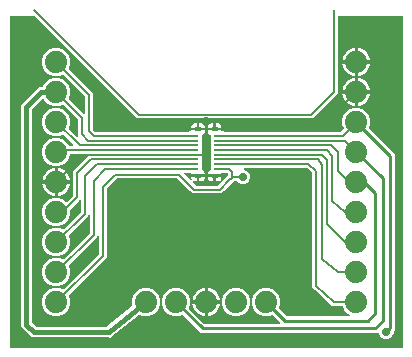
<source format=gtl>
G04 EAGLE Gerber X2 export*
G75*
%MOIN*%
%FSLAX24Y24*%
%LPD*%
%AMOC8*
5,1,8,0,0,1.08239X$1,22.5*%
G01*
%ADD10C,0.074000*%
%ADD11R,0.029528X0.009055*%
%ADD12R,0.023622X0.017323*%
%ADD13C,0.006000*%
%ADD14C,0.016000*%
%ADD15C,0.027811*%
%ADD16C,0.010000*%

G36*
X13513Y451D02*
X13513Y451D01*
X13515Y451D01*
X13518Y452D01*
X13522Y452D01*
X13523Y453D01*
X13524Y453D01*
X13527Y455D01*
X13530Y457D01*
X13531Y458D01*
X13532Y458D01*
X13534Y461D01*
X13537Y464D01*
X13537Y465D01*
X13538Y466D01*
X13539Y469D01*
X13541Y473D01*
X13541Y474D01*
X13541Y475D01*
X13542Y480D01*
X13549Y11520D01*
X13549Y11521D01*
X13549Y11522D01*
X13548Y11526D01*
X13547Y11529D01*
X13547Y11530D01*
X13547Y11531D01*
X13545Y11535D01*
X13543Y11538D01*
X13542Y11539D01*
X13539Y11542D01*
X13536Y11544D01*
X13535Y11545D01*
X13534Y11545D01*
X13531Y11547D01*
X13527Y11548D01*
X13526Y11548D01*
X13525Y11549D01*
X13520Y11549D01*
X11410Y11549D01*
X11409Y11549D01*
X11408Y11549D01*
X11404Y11548D01*
X11401Y11548D01*
X11400Y11547D01*
X11399Y11547D01*
X11395Y11545D01*
X11392Y11543D01*
X11391Y11542D01*
X11388Y11539D01*
X11386Y11536D01*
X11385Y11535D01*
X11385Y11534D01*
X11383Y11531D01*
X11382Y11527D01*
X11382Y11526D01*
X11381Y11525D01*
X11381Y11520D01*
X11381Y8946D01*
X10554Y8119D01*
X4696Y8119D01*
X1274Y11541D01*
X1271Y11543D01*
X1268Y11545D01*
X1267Y11546D01*
X1263Y11547D01*
X1259Y11549D01*
X1258Y11549D01*
X1257Y11549D01*
X1254Y11549D01*
X480Y11549D01*
X479Y11549D01*
X478Y11549D01*
X474Y11548D01*
X471Y11548D01*
X470Y11547D01*
X469Y11547D01*
X465Y11545D01*
X462Y11543D01*
X461Y11542D01*
X458Y11539D01*
X456Y11536D01*
X455Y11535D01*
X455Y11534D01*
X453Y11531D01*
X452Y11527D01*
X452Y11526D01*
X451Y11525D01*
X451Y11520D01*
X451Y480D01*
X451Y479D01*
X451Y478D01*
X452Y474D01*
X452Y471D01*
X453Y470D01*
X453Y469D01*
X455Y465D01*
X457Y462D01*
X458Y461D01*
X461Y458D01*
X464Y456D01*
X465Y455D01*
X466Y455D01*
X469Y453D01*
X473Y452D01*
X474Y452D01*
X475Y451D01*
X480Y451D01*
X13512Y451D01*
X13513Y451D01*
G37*
%LPC*%
G36*
X12952Y760D02*
X12952Y760D01*
X12864Y797D01*
X12797Y864D01*
X12760Y952D01*
X12760Y976D01*
X12760Y979D01*
X12760Y982D01*
X12759Y984D01*
X12759Y986D01*
X12757Y988D01*
X12756Y991D01*
X12755Y993D01*
X12754Y994D01*
X12752Y996D01*
X12750Y999D01*
X12748Y999D01*
X12747Y1001D01*
X12744Y1002D01*
X12742Y1003D01*
X12740Y1004D01*
X12738Y1005D01*
X12735Y1005D01*
X12733Y1006D01*
X12731Y1005D01*
X12729Y1006D01*
X12726Y1005D01*
X12723Y1005D01*
X12721Y1004D01*
X12720Y1003D01*
X12717Y1002D01*
X12714Y1001D01*
X12712Y999D01*
X12711Y998D01*
X12710Y997D01*
X12687Y974D01*
X6813Y974D01*
X6716Y1071D01*
X6223Y1563D01*
X6223Y1564D01*
X6219Y1566D01*
X6216Y1569D01*
X6215Y1569D01*
X6211Y1570D01*
X6206Y1572D01*
X6202Y1572D01*
X6197Y1571D01*
X6191Y1570D01*
X6094Y1529D01*
X5906Y1529D01*
X5733Y1601D01*
X5601Y1733D01*
X5529Y1906D01*
X5529Y2094D01*
X5601Y2267D01*
X5733Y2399D01*
X5906Y2471D01*
X6094Y2471D01*
X6267Y2399D01*
X6399Y2267D01*
X6471Y2094D01*
X6471Y1906D01*
X6430Y1809D01*
X6430Y1808D01*
X6429Y1804D01*
X6428Y1799D01*
X6429Y1794D01*
X6429Y1790D01*
X6429Y1789D01*
X6431Y1785D01*
X6433Y1781D01*
X6437Y1777D01*
X6929Y1284D01*
X6932Y1282D01*
X6935Y1280D01*
X6936Y1279D01*
X6937Y1279D01*
X6940Y1278D01*
X6944Y1276D01*
X6945Y1276D01*
X6946Y1276D01*
X6947Y1276D01*
X6950Y1276D01*
X9440Y1276D01*
X9443Y1276D01*
X9446Y1276D01*
X9448Y1277D01*
X9450Y1277D01*
X9452Y1279D01*
X9455Y1280D01*
X9457Y1281D01*
X9458Y1282D01*
X9460Y1284D01*
X9463Y1286D01*
X9464Y1287D01*
X9465Y1289D01*
X9466Y1292D01*
X9468Y1294D01*
X9468Y1296D01*
X9469Y1298D01*
X9469Y1300D01*
X9470Y1303D01*
X9469Y1305D01*
X9470Y1307D01*
X9469Y1310D01*
X9469Y1313D01*
X9468Y1315D01*
X9467Y1316D01*
X9466Y1319D01*
X9465Y1322D01*
X9463Y1324D01*
X9462Y1324D01*
X9462Y1325D01*
X9461Y1326D01*
X9223Y1563D01*
X9223Y1564D01*
X9219Y1566D01*
X9216Y1569D01*
X9215Y1569D01*
X9211Y1570D01*
X9206Y1572D01*
X9202Y1572D01*
X9197Y1571D01*
X9191Y1570D01*
X9094Y1529D01*
X8906Y1529D01*
X8733Y1601D01*
X8601Y1733D01*
X8529Y1906D01*
X8529Y2094D01*
X8601Y2267D01*
X8733Y2399D01*
X8906Y2471D01*
X9094Y2471D01*
X9267Y2399D01*
X9399Y2267D01*
X9471Y2094D01*
X9471Y1906D01*
X9430Y1809D01*
X9430Y1808D01*
X9429Y1804D01*
X9428Y1799D01*
X9429Y1794D01*
X9429Y1790D01*
X9429Y1789D01*
X9431Y1785D01*
X9433Y1781D01*
X9437Y1777D01*
X9679Y1534D01*
X9682Y1532D01*
X9685Y1530D01*
X9686Y1529D01*
X9687Y1529D01*
X9690Y1528D01*
X9694Y1526D01*
X9695Y1526D01*
X9696Y1526D01*
X9697Y1526D01*
X9700Y1526D01*
X11768Y1526D01*
X11772Y1526D01*
X11775Y1527D01*
X11776Y1527D01*
X11777Y1527D01*
X11781Y1529D01*
X11784Y1531D01*
X11785Y1531D01*
X11786Y1532D01*
X11788Y1535D01*
X11791Y1537D01*
X11792Y1538D01*
X11792Y1539D01*
X11794Y1542D01*
X11796Y1546D01*
X11796Y1547D01*
X11796Y1548D01*
X11796Y1551D01*
X11797Y1555D01*
X11797Y1556D01*
X11797Y1557D01*
X11796Y1561D01*
X11795Y1565D01*
X11795Y1566D01*
X11793Y1570D01*
X11791Y1573D01*
X11790Y1574D01*
X11787Y1577D01*
X11784Y1580D01*
X11783Y1580D01*
X11782Y1580D01*
X11781Y1581D01*
X11779Y1582D01*
X11733Y1601D01*
X11601Y1733D01*
X11552Y1851D01*
X11550Y1855D01*
X11547Y1859D01*
X11543Y1862D01*
X11540Y1865D01*
X11539Y1865D01*
X11535Y1867D01*
X11531Y1869D01*
X11530Y1869D01*
X11525Y1869D01*
X11253Y1869D01*
X11252Y1869D01*
X11199Y1867D01*
X11198Y1867D01*
X11160Y1905D01*
X11159Y1906D01*
X10608Y2412D01*
X10605Y2413D01*
X10602Y2415D01*
X10601Y2416D01*
X10600Y2417D01*
X10598Y2417D01*
X10560Y2455D01*
X10559Y2456D01*
X10520Y2492D01*
X10519Y2493D01*
X10519Y2547D01*
X10519Y2548D01*
X10517Y2601D01*
X10518Y2604D01*
X10519Y2607D01*
X10519Y2609D01*
X10519Y2610D01*
X10519Y2612D01*
X10519Y6299D01*
X10519Y6300D01*
X10518Y6304D01*
X10518Y6308D01*
X10517Y6309D01*
X10517Y6310D01*
X10515Y6313D01*
X10513Y6317D01*
X10512Y6318D01*
X10508Y6322D01*
X10341Y6458D01*
X10339Y6459D01*
X10337Y6461D01*
X10335Y6462D01*
X10333Y6463D01*
X10330Y6463D01*
X10328Y6464D01*
X10324Y6465D01*
X10323Y6465D01*
X8282Y6465D01*
X8278Y6464D01*
X8275Y6464D01*
X8274Y6463D01*
X8273Y6463D01*
X8269Y6461D01*
X8266Y6460D01*
X8265Y6459D01*
X8264Y6459D01*
X8262Y6456D01*
X8259Y6453D01*
X8258Y6452D01*
X8256Y6448D01*
X8254Y6445D01*
X8254Y6444D01*
X8254Y6443D01*
X8253Y6439D01*
X8253Y6435D01*
X8253Y6434D01*
X8253Y6433D01*
X8254Y6430D01*
X8255Y6426D01*
X8255Y6425D01*
X8255Y6424D01*
X8257Y6421D01*
X8259Y6417D01*
X8260Y6417D01*
X8260Y6416D01*
X8263Y6414D01*
X8266Y6411D01*
X8267Y6410D01*
X8268Y6410D01*
X8269Y6410D01*
X8271Y6408D01*
X8356Y6373D01*
X8423Y6306D01*
X8460Y6218D01*
X8460Y6122D01*
X8423Y6034D01*
X8356Y5967D01*
X8268Y5930D01*
X8172Y5930D01*
X8084Y5967D01*
X8020Y6031D01*
X8017Y6033D01*
X8014Y6035D01*
X8013Y6036D01*
X8012Y6036D01*
X8009Y6037D01*
X8005Y6039D01*
X8004Y6039D01*
X8003Y6039D01*
X8002Y6039D01*
X7999Y6039D01*
X7936Y6039D01*
X7932Y6039D01*
X7928Y6038D01*
X7927Y6038D01*
X7923Y6036D01*
X7920Y6034D01*
X7919Y6033D01*
X7918Y6033D01*
X7916Y6031D01*
X7896Y6011D01*
X7589Y5704D01*
X7504Y5619D01*
X6546Y5619D01*
X6461Y5704D01*
X6054Y6111D01*
X6051Y6113D01*
X6048Y6115D01*
X6047Y6116D01*
X6043Y6117D01*
X6039Y6119D01*
X6038Y6119D01*
X6037Y6119D01*
X6034Y6119D01*
X4016Y6119D01*
X4012Y6119D01*
X4008Y6118D01*
X4007Y6118D01*
X4003Y6116D01*
X4000Y6114D01*
X3999Y6113D01*
X3998Y6113D01*
X3996Y6111D01*
X3689Y5804D01*
X3687Y5801D01*
X3685Y5798D01*
X3684Y5797D01*
X3683Y5793D01*
X3681Y5789D01*
X3681Y5788D01*
X3681Y5787D01*
X3681Y5784D01*
X3681Y3496D01*
X2428Y2243D01*
X2425Y2239D01*
X2423Y2236D01*
X2423Y2235D01*
X2421Y2231D01*
X2420Y2226D01*
X2420Y2222D01*
X2420Y2217D01*
X2422Y2211D01*
X2471Y2094D01*
X2471Y1906D01*
X2399Y1733D01*
X2267Y1601D01*
X2094Y1529D01*
X1906Y1529D01*
X1733Y1601D01*
X1601Y1733D01*
X1529Y1906D01*
X1529Y2094D01*
X1601Y2267D01*
X1733Y2399D01*
X1906Y2471D01*
X2094Y2471D01*
X2211Y2422D01*
X2212Y2422D01*
X2216Y2421D01*
X2221Y2420D01*
X2226Y2420D01*
X2230Y2421D01*
X2231Y2421D01*
X2235Y2423D01*
X2239Y2425D01*
X2243Y2428D01*
X3411Y3596D01*
X3413Y3599D01*
X3415Y3602D01*
X3416Y3603D01*
X3417Y3607D01*
X3419Y3611D01*
X3419Y3612D01*
X3419Y3613D01*
X3419Y3616D01*
X3419Y4164D01*
X3419Y4167D01*
X3419Y4170D01*
X3418Y4171D01*
X3418Y4173D01*
X3416Y4176D01*
X3415Y4178D01*
X3414Y4180D01*
X3413Y4182D01*
X3411Y4184D01*
X3409Y4186D01*
X3408Y4187D01*
X3406Y4188D01*
X3403Y4189D01*
X3401Y4191D01*
X3399Y4191D01*
X3397Y4192D01*
X3395Y4192D01*
X3392Y4193D01*
X3390Y4193D01*
X3388Y4193D01*
X3385Y4192D01*
X3382Y4192D01*
X3380Y4191D01*
X3379Y4191D01*
X3376Y4189D01*
X3373Y4188D01*
X3371Y4186D01*
X3370Y4185D01*
X3369Y4184D01*
X2428Y3243D01*
X2425Y3239D01*
X2423Y3236D01*
X2423Y3235D01*
X2421Y3231D01*
X2420Y3226D01*
X2420Y3222D01*
X2420Y3217D01*
X2422Y3211D01*
X2471Y3094D01*
X2471Y2906D01*
X2399Y2733D01*
X2267Y2601D01*
X2094Y2529D01*
X1906Y2529D01*
X1733Y2601D01*
X1601Y2733D01*
X1529Y2906D01*
X1529Y3094D01*
X1601Y3267D01*
X1733Y3399D01*
X1906Y3471D01*
X2094Y3471D01*
X2211Y3422D01*
X2212Y3422D01*
X2216Y3421D01*
X2221Y3420D01*
X2226Y3420D01*
X2230Y3421D01*
X2231Y3421D01*
X2235Y3423D01*
X2239Y3425D01*
X2243Y3428D01*
X3111Y4296D01*
X3113Y4299D01*
X3115Y4302D01*
X3116Y4303D01*
X3117Y4307D01*
X3119Y4311D01*
X3119Y4312D01*
X3119Y4313D01*
X3119Y4316D01*
X3119Y4864D01*
X3119Y4867D01*
X3119Y4870D01*
X3118Y4871D01*
X3118Y4873D01*
X3116Y4876D01*
X3115Y4878D01*
X3114Y4880D01*
X3113Y4882D01*
X3111Y4884D01*
X3109Y4886D01*
X3108Y4887D01*
X3106Y4888D01*
X3103Y4889D01*
X3101Y4891D01*
X3099Y4891D01*
X3097Y4892D01*
X3095Y4892D01*
X3092Y4893D01*
X3090Y4893D01*
X3088Y4893D01*
X3085Y4892D01*
X3082Y4892D01*
X3080Y4891D01*
X3079Y4891D01*
X3076Y4889D01*
X3073Y4888D01*
X3071Y4886D01*
X3070Y4885D01*
X3069Y4884D01*
X2996Y4811D01*
X2428Y4243D01*
X2426Y4241D01*
X2426Y4240D01*
X2425Y4239D01*
X2423Y4236D01*
X2423Y4235D01*
X2421Y4231D01*
X2420Y4226D01*
X2420Y4222D01*
X2420Y4217D01*
X2422Y4211D01*
X2471Y4094D01*
X2471Y3906D01*
X2399Y3733D01*
X2267Y3601D01*
X2094Y3529D01*
X1906Y3529D01*
X1733Y3601D01*
X1601Y3733D01*
X1529Y3906D01*
X1529Y4094D01*
X1601Y4267D01*
X1733Y4399D01*
X1906Y4471D01*
X2094Y4471D01*
X2211Y4422D01*
X2212Y4422D01*
X2216Y4421D01*
X2221Y4420D01*
X2226Y4420D01*
X2230Y4421D01*
X2231Y4421D01*
X2235Y4423D01*
X2239Y4425D01*
X2243Y4428D01*
X2811Y4996D01*
X2813Y4999D01*
X2815Y5002D01*
X2816Y5003D01*
X2817Y5007D01*
X2819Y5011D01*
X2819Y5012D01*
X2819Y5013D01*
X2819Y5016D01*
X2819Y5364D01*
X2819Y5367D01*
X2819Y5370D01*
X2818Y5371D01*
X2818Y5373D01*
X2816Y5376D01*
X2815Y5378D01*
X2814Y5380D01*
X2813Y5382D01*
X2811Y5384D01*
X2809Y5386D01*
X2808Y5387D01*
X2806Y5388D01*
X2803Y5389D01*
X2801Y5391D01*
X2799Y5391D01*
X2797Y5392D01*
X2795Y5392D01*
X2792Y5393D01*
X2790Y5393D01*
X2788Y5393D01*
X2785Y5392D01*
X2782Y5392D01*
X2780Y5391D01*
X2779Y5391D01*
X2776Y5389D01*
X2773Y5388D01*
X2771Y5386D01*
X2770Y5385D01*
X2769Y5384D01*
X2479Y5094D01*
X2477Y5091D01*
X2475Y5088D01*
X2474Y5087D01*
X2473Y5083D01*
X2471Y5079D01*
X2471Y5078D01*
X2471Y5077D01*
X2471Y5074D01*
X2471Y4906D01*
X2399Y4733D01*
X2267Y4601D01*
X2094Y4529D01*
X1906Y4529D01*
X1733Y4601D01*
X1601Y4733D01*
X1529Y4906D01*
X1529Y5094D01*
X1601Y5267D01*
X1733Y5399D01*
X1906Y5471D01*
X2094Y5471D01*
X2267Y5399D01*
X2320Y5346D01*
X2321Y5345D01*
X2324Y5343D01*
X2328Y5340D01*
X2329Y5340D01*
X2333Y5339D01*
X2337Y5338D01*
X2338Y5338D01*
X2339Y5337D01*
X2342Y5338D01*
X2346Y5338D01*
X2347Y5338D01*
X2348Y5339D01*
X2352Y5340D01*
X2355Y5341D01*
X2356Y5342D01*
X2357Y5343D01*
X2361Y5346D01*
X2561Y5546D01*
X2563Y5549D01*
X2565Y5552D01*
X2566Y5553D01*
X2567Y5557D01*
X2569Y5561D01*
X2569Y5562D01*
X2569Y5563D01*
X2569Y5566D01*
X2569Y6354D01*
X2654Y6439D01*
X3102Y6887D01*
X3104Y6890D01*
X3106Y6892D01*
X3107Y6893D01*
X3108Y6895D01*
X3109Y6898D01*
X3110Y6900D01*
X3110Y6902D01*
X3111Y6904D01*
X3111Y6907D01*
X3111Y6910D01*
X3110Y6912D01*
X3110Y6914D01*
X3109Y6916D01*
X3109Y6919D01*
X3108Y6921D01*
X3107Y6923D01*
X3105Y6925D01*
X3103Y6927D01*
X3102Y6929D01*
X3101Y6930D01*
X3098Y6932D01*
X3096Y6933D01*
X3094Y6934D01*
X3093Y6935D01*
X3090Y6936D01*
X3087Y6937D01*
X3084Y6937D01*
X3083Y6937D01*
X3082Y6937D01*
X2500Y6937D01*
X2499Y6937D01*
X2498Y6937D01*
X2494Y6936D01*
X2491Y6936D01*
X2490Y6935D01*
X2489Y6935D01*
X2485Y6933D01*
X2482Y6931D01*
X2481Y6930D01*
X2478Y6927D01*
X2476Y6924D01*
X2475Y6923D01*
X2475Y6922D01*
X2473Y6919D01*
X2472Y6915D01*
X2472Y6914D01*
X2471Y6913D01*
X2471Y6908D01*
X2471Y6906D01*
X2399Y6733D01*
X2267Y6601D01*
X2094Y6529D01*
X1906Y6529D01*
X1733Y6601D01*
X1601Y6733D01*
X1529Y6906D01*
X1529Y7094D01*
X1601Y7267D01*
X1733Y7399D01*
X1906Y7471D01*
X2094Y7471D01*
X2267Y7399D01*
X2399Y7267D01*
X2420Y7217D01*
X2422Y7213D01*
X2425Y7209D01*
X2425Y7208D01*
X2429Y7206D01*
X2432Y7203D01*
X2432Y7202D01*
X2437Y7201D01*
X2441Y7199D01*
X2447Y7199D01*
X2546Y7199D01*
X2549Y7199D01*
X2552Y7199D01*
X2553Y7200D01*
X2555Y7200D01*
X2558Y7202D01*
X2561Y7203D01*
X2562Y7204D01*
X2564Y7205D01*
X2566Y7207D01*
X2568Y7209D01*
X2569Y7210D01*
X2570Y7212D01*
X2571Y7214D01*
X2573Y7217D01*
X2573Y7219D01*
X2574Y7220D01*
X2574Y7223D01*
X2575Y7226D01*
X2575Y7228D01*
X2575Y7230D01*
X2574Y7233D01*
X2574Y7236D01*
X2573Y7237D01*
X2573Y7239D01*
X2571Y7242D01*
X2570Y7244D01*
X2568Y7247D01*
X2567Y7248D01*
X2566Y7249D01*
X2243Y7572D01*
X2239Y7575D01*
X2236Y7577D01*
X2235Y7577D01*
X2231Y7579D01*
X2226Y7580D01*
X2222Y7580D01*
X2217Y7580D01*
X2211Y7578D01*
X2094Y7529D01*
X1906Y7529D01*
X1733Y7601D01*
X1601Y7733D01*
X1529Y7906D01*
X1529Y8094D01*
X1601Y8267D01*
X1733Y8399D01*
X1906Y8471D01*
X2094Y8471D01*
X2267Y8399D01*
X2399Y8267D01*
X2471Y8094D01*
X2471Y7906D01*
X2422Y7789D01*
X2422Y7788D01*
X2421Y7784D01*
X2420Y7779D01*
X2420Y7774D01*
X2421Y7770D01*
X2421Y7769D01*
X2423Y7765D01*
X2425Y7761D01*
X2428Y7757D01*
X2669Y7516D01*
X2672Y7514D01*
X2674Y7512D01*
X2676Y7511D01*
X2677Y7510D01*
X2680Y7509D01*
X2683Y7508D01*
X2684Y7508D01*
X2686Y7507D01*
X2689Y7507D01*
X2692Y7507D01*
X2694Y7508D01*
X2696Y7508D01*
X2699Y7509D01*
X2701Y7509D01*
X2703Y7510D01*
X2705Y7511D01*
X2707Y7513D01*
X2709Y7514D01*
X2711Y7516D01*
X2712Y7517D01*
X2714Y7520D01*
X2715Y7522D01*
X2716Y7524D01*
X2717Y7525D01*
X2718Y7528D01*
X2719Y7531D01*
X2719Y7534D01*
X2719Y7535D01*
X2719Y7536D01*
X2719Y8084D01*
X2719Y8088D01*
X2718Y8092D01*
X2718Y8093D01*
X2716Y8097D01*
X2714Y8100D01*
X2713Y8101D01*
X2713Y8102D01*
X2711Y8104D01*
X2243Y8572D01*
X2239Y8575D01*
X2236Y8577D01*
X2235Y8577D01*
X2231Y8579D01*
X2226Y8580D01*
X2222Y8580D01*
X2217Y8580D01*
X2211Y8578D01*
X2094Y8529D01*
X1906Y8529D01*
X1733Y8601D01*
X1601Y8733D01*
X1585Y8772D01*
X1584Y8774D01*
X1583Y8776D01*
X1581Y8778D01*
X1580Y8780D01*
X1578Y8781D01*
X1577Y8783D01*
X1575Y8784D01*
X1572Y8786D01*
X1571Y8787D01*
X1569Y8788D01*
X1566Y8789D01*
X1563Y8790D01*
X1561Y8790D01*
X1560Y8790D01*
X1557Y8790D01*
X1554Y8790D01*
X1552Y8789D01*
X1550Y8789D01*
X1547Y8788D01*
X1545Y8787D01*
X1543Y8786D01*
X1541Y8785D01*
X1537Y8782D01*
X1189Y8434D01*
X1187Y8430D01*
X1185Y8427D01*
X1184Y8427D01*
X1184Y8426D01*
X1183Y8422D01*
X1181Y8418D01*
X1181Y8417D01*
X1181Y8416D01*
X1181Y8413D01*
X1181Y1337D01*
X1181Y1333D01*
X1182Y1329D01*
X1182Y1328D01*
X1184Y1324D01*
X1186Y1320D01*
X1187Y1320D01*
X1187Y1319D01*
X1189Y1316D01*
X1316Y1189D01*
X1320Y1187D01*
X1323Y1185D01*
X1323Y1184D01*
X1324Y1184D01*
X1328Y1183D01*
X1332Y1181D01*
X1333Y1181D01*
X1334Y1181D01*
X1337Y1181D01*
X3676Y1181D01*
X3679Y1181D01*
X3681Y1181D01*
X3683Y1182D01*
X3686Y1182D01*
X3688Y1183D01*
X3690Y1184D01*
X3694Y1187D01*
X3695Y1187D01*
X4528Y1854D01*
X4529Y1855D01*
X4531Y1856D01*
X4532Y1859D01*
X4534Y1861D01*
X4535Y1863D01*
X4536Y1864D01*
X4537Y1867D01*
X4538Y1870D01*
X4538Y1872D01*
X4539Y1873D01*
X4539Y1876D01*
X4539Y1879D01*
X4539Y1881D01*
X4538Y1883D01*
X4537Y1888D01*
X4529Y1906D01*
X4529Y2094D01*
X4601Y2267D01*
X4733Y2399D01*
X4906Y2471D01*
X5094Y2471D01*
X5267Y2399D01*
X5399Y2267D01*
X5471Y2094D01*
X5471Y1906D01*
X5399Y1733D01*
X5267Y1601D01*
X5094Y1529D01*
X4906Y1529D01*
X4787Y1579D01*
X4784Y1579D01*
X4781Y1581D01*
X4779Y1581D01*
X4778Y1581D01*
X4774Y1581D01*
X4771Y1581D01*
X4770Y1580D01*
X4768Y1580D01*
X4765Y1579D01*
X4762Y1577D01*
X4760Y1576D01*
X4759Y1576D01*
X4759Y1575D01*
X4757Y1575D01*
X3872Y866D01*
X3871Y866D01*
X3870Y864D01*
X3825Y819D01*
X3824Y819D01*
X3821Y819D01*
X3819Y819D01*
X3817Y818D01*
X3814Y818D01*
X3812Y817D01*
X3810Y816D01*
X3806Y813D01*
X3805Y813D01*
X3804Y812D01*
X3742Y819D01*
X3741Y819D01*
X3738Y819D01*
X1175Y819D01*
X819Y1175D01*
X819Y8575D01*
X1425Y9181D01*
X1546Y9181D01*
X1551Y9182D01*
X1555Y9182D01*
X1559Y9185D01*
X1564Y9187D01*
X1567Y9190D01*
X1570Y9194D01*
X1573Y9199D01*
X1601Y9267D01*
X1733Y9399D01*
X1906Y9471D01*
X2094Y9471D01*
X2267Y9399D01*
X2399Y9267D01*
X2471Y9094D01*
X2471Y8906D01*
X2422Y8789D01*
X2422Y8788D01*
X2421Y8784D01*
X2420Y8779D01*
X2420Y8774D01*
X2421Y8770D01*
X2421Y8769D01*
X2423Y8765D01*
X2425Y8761D01*
X2428Y8757D01*
X2919Y8266D01*
X2922Y8264D01*
X2924Y8262D01*
X2926Y8261D01*
X2927Y8260D01*
X2930Y8259D01*
X2933Y8258D01*
X2934Y8258D01*
X2936Y8257D01*
X2939Y8257D01*
X2942Y8257D01*
X2944Y8258D01*
X2946Y8258D01*
X2949Y8259D01*
X2951Y8259D01*
X2953Y8260D01*
X2955Y8261D01*
X2957Y8263D01*
X2959Y8264D01*
X2961Y8266D01*
X2962Y8267D01*
X2964Y8270D01*
X2965Y8272D01*
X2966Y8274D01*
X2967Y8275D01*
X2968Y8278D01*
X2969Y8281D01*
X2969Y8284D01*
X2969Y8285D01*
X2969Y8286D01*
X2969Y8834D01*
X2969Y8838D01*
X2968Y8842D01*
X2968Y8843D01*
X2966Y8847D01*
X2964Y8850D01*
X2963Y8851D01*
X2963Y8852D01*
X2961Y8854D01*
X2243Y9572D01*
X2239Y9575D01*
X2236Y9577D01*
X2235Y9577D01*
X2231Y9579D01*
X2226Y9580D01*
X2222Y9580D01*
X2217Y9580D01*
X2211Y9578D01*
X2094Y9529D01*
X1906Y9529D01*
X1733Y9601D01*
X1601Y9733D01*
X1529Y9906D01*
X1529Y10094D01*
X1601Y10267D01*
X1733Y10399D01*
X1906Y10471D01*
X2094Y10471D01*
X2267Y10399D01*
X2399Y10267D01*
X2471Y10094D01*
X2471Y9906D01*
X2422Y9789D01*
X2422Y9788D01*
X2421Y9784D01*
X2420Y9779D01*
X2420Y9774D01*
X2421Y9770D01*
X2421Y9769D01*
X2423Y9765D01*
X2425Y9761D01*
X2428Y9757D01*
X3231Y8954D01*
X3231Y7766D01*
X3231Y7762D01*
X3232Y7758D01*
X3232Y7757D01*
X3234Y7753D01*
X3236Y7750D01*
X3237Y7749D01*
X3237Y7748D01*
X3239Y7746D01*
X3305Y7680D01*
X3308Y7677D01*
X3312Y7675D01*
X3313Y7674D01*
X3317Y7673D01*
X3321Y7672D01*
X3322Y7672D01*
X3322Y7671D01*
X3323Y7671D01*
X3326Y7671D01*
X6390Y7671D01*
X6393Y7672D01*
X6397Y7672D01*
X6398Y7673D01*
X6399Y7673D01*
X6402Y7675D01*
X6406Y7676D01*
X6407Y7677D01*
X6408Y7678D01*
X6410Y7680D01*
X6417Y7686D01*
X6476Y7686D01*
X6477Y7687D01*
X6478Y7686D01*
X6482Y7687D01*
X6486Y7688D01*
X6487Y7688D01*
X6488Y7689D01*
X6491Y7691D01*
X6494Y7692D01*
X6495Y7693D01*
X6496Y7694D01*
X6498Y7697D01*
X6501Y7699D01*
X6501Y7700D01*
X6502Y7701D01*
X6503Y7705D01*
X6505Y7708D01*
X6505Y7709D01*
X6505Y7710D01*
X6506Y7716D01*
X6506Y7722D01*
X6711Y7722D01*
X6712Y7722D01*
X6713Y7722D01*
X6717Y7723D01*
X6721Y7724D01*
X6722Y7725D01*
X6724Y7726D01*
X6727Y7725D01*
X6730Y7723D01*
X6731Y7723D01*
X6732Y7723D01*
X6738Y7722D01*
X6943Y7722D01*
X6943Y7665D01*
X6936Y7639D01*
X6923Y7616D01*
X6904Y7598D01*
X6881Y7584D01*
X6876Y7583D01*
X6875Y7582D01*
X6873Y7582D01*
X6870Y7580D01*
X6868Y7579D01*
X6866Y7578D01*
X6864Y7576D01*
X6863Y7574D01*
X6861Y7572D01*
X6860Y7571D01*
X6858Y7569D01*
X6858Y7566D01*
X6856Y7564D01*
X6856Y7562D01*
X6855Y7560D01*
X6855Y7555D01*
X6855Y6940D01*
X6826Y6940D01*
X6822Y6939D01*
X6818Y6939D01*
X6817Y6938D01*
X6816Y6938D01*
X6813Y6936D01*
X6809Y6935D01*
X6809Y6934D01*
X6808Y6934D01*
X6807Y6933D01*
X6805Y6931D01*
X6804Y6929D01*
X6802Y6928D01*
X6802Y6927D01*
X6801Y6927D01*
X6800Y6925D01*
X6799Y6923D01*
X6799Y6921D01*
X6798Y6919D01*
X6798Y6918D01*
X6797Y6918D01*
X6797Y6916D01*
X6797Y6914D01*
X6797Y6912D01*
X6796Y6909D01*
X6796Y6908D01*
X6797Y6907D01*
X6797Y6905D01*
X6798Y6902D01*
X6798Y6900D01*
X6799Y6900D01*
X6799Y6899D01*
X6800Y6897D01*
X6800Y6896D01*
X6802Y6894D01*
X6803Y6892D01*
X6804Y6891D01*
X6804Y6890D01*
X6806Y6889D01*
X6806Y6888D01*
X6807Y6888D01*
X6809Y6887D01*
X6811Y6885D01*
X6813Y6884D01*
X6815Y6883D01*
X6818Y6883D01*
X6820Y6882D01*
X6823Y6881D01*
X6824Y6881D01*
X6825Y6881D01*
X6826Y6881D01*
X6855Y6881D01*
X6855Y6424D01*
X6855Y6422D01*
X6855Y6420D01*
X6856Y6417D01*
X6856Y6414D01*
X6857Y6412D01*
X6858Y6411D01*
X6859Y6408D01*
X6861Y6406D01*
X6862Y6404D01*
X6863Y6403D01*
X6866Y6401D01*
X6868Y6399D01*
X6870Y6398D01*
X6871Y6397D01*
X6876Y6395D01*
X6881Y6394D01*
X6904Y6381D01*
X6923Y6362D01*
X6936Y6339D01*
X6943Y6313D01*
X6943Y6256D01*
X6738Y6256D01*
X6737Y6256D01*
X6736Y6256D01*
X6732Y6255D01*
X6728Y6255D01*
X6727Y6254D01*
X6726Y6254D01*
X6725Y6253D01*
X6722Y6254D01*
X6719Y6255D01*
X6717Y6255D01*
X6716Y6256D01*
X6711Y6256D01*
X6506Y6256D01*
X6506Y6263D01*
X6505Y6264D01*
X6505Y6265D01*
X6505Y6268D01*
X6504Y6272D01*
X6503Y6273D01*
X6503Y6274D01*
X6501Y6277D01*
X6499Y6281D01*
X6498Y6282D01*
X6495Y6285D01*
X6492Y6287D01*
X6491Y6288D01*
X6487Y6289D01*
X6484Y6291D01*
X6483Y6291D01*
X6482Y6291D01*
X6476Y6292D01*
X6417Y6292D01*
X6410Y6299D01*
X6407Y6301D01*
X6404Y6303D01*
X6403Y6304D01*
X6402Y6304D01*
X6399Y6305D01*
X6395Y6307D01*
X6394Y6307D01*
X6393Y6307D01*
X6392Y6307D01*
X6390Y6307D01*
X6298Y6307D01*
X6295Y6307D01*
X6292Y6307D01*
X6291Y6306D01*
X6289Y6306D01*
X6286Y6304D01*
X6284Y6303D01*
X6282Y6302D01*
X6280Y6301D01*
X6278Y6299D01*
X6276Y6297D01*
X6275Y6296D01*
X6274Y6294D01*
X6273Y6291D01*
X6271Y6289D01*
X6271Y6287D01*
X6270Y6285D01*
X6270Y6283D01*
X6269Y6280D01*
X6269Y6278D01*
X6269Y6276D01*
X6270Y6273D01*
X6270Y6270D01*
X6271Y6268D01*
X6271Y6267D01*
X6273Y6264D01*
X6274Y6261D01*
X6276Y6259D01*
X6277Y6258D01*
X6278Y6257D01*
X6459Y6076D01*
X6461Y6075D01*
X6462Y6073D01*
X6465Y6072D01*
X6467Y6070D01*
X6469Y6070D01*
X6471Y6069D01*
X6473Y6068D01*
X6476Y6067D01*
X6478Y6067D01*
X6480Y6067D01*
X6483Y6068D01*
X6486Y6068D01*
X6488Y6068D01*
X6489Y6069D01*
X6492Y6070D01*
X6495Y6071D01*
X6496Y6072D01*
X6498Y6073D01*
X6500Y6075D01*
X6502Y6077D01*
X6503Y6079D01*
X6504Y6080D01*
X6506Y6083D01*
X6507Y6085D01*
X6507Y6087D01*
X6508Y6089D01*
X6508Y6092D01*
X6509Y6095D01*
X6509Y6097D01*
X6509Y6099D01*
X6508Y6104D01*
X6506Y6114D01*
X6506Y6171D01*
X6682Y6171D01*
X6682Y6026D01*
X6593Y6026D01*
X6583Y6029D01*
X6581Y6029D01*
X6579Y6030D01*
X6577Y6030D01*
X6574Y6030D01*
X6572Y6029D01*
X6570Y6029D01*
X6567Y6028D01*
X6564Y6028D01*
X6563Y6027D01*
X6561Y6026D01*
X6559Y6024D01*
X6556Y6023D01*
X6555Y6021D01*
X6554Y6020D01*
X6552Y6017D01*
X6550Y6015D01*
X6550Y6013D01*
X6549Y6012D01*
X6548Y6009D01*
X6547Y6006D01*
X6547Y6004D01*
X6546Y6002D01*
X6547Y5999D01*
X6547Y5997D01*
X6547Y5995D01*
X6548Y5993D01*
X6549Y5990D01*
X6550Y5987D01*
X6551Y5986D01*
X6552Y5984D01*
X6555Y5980D01*
X6646Y5889D01*
X6649Y5887D01*
X6652Y5885D01*
X6653Y5884D01*
X6657Y5883D01*
X6661Y5881D01*
X6662Y5881D01*
X6663Y5881D01*
X6666Y5881D01*
X7384Y5881D01*
X7388Y5881D01*
X7392Y5882D01*
X7393Y5882D01*
X7397Y5884D01*
X7400Y5886D01*
X7401Y5887D01*
X7402Y5887D01*
X7404Y5889D01*
X7711Y6196D01*
X7713Y6199D01*
X7715Y6202D01*
X7716Y6203D01*
X7717Y6207D01*
X7719Y6211D01*
X7719Y6212D01*
X7719Y6213D01*
X7719Y6216D01*
X7719Y6278D01*
X7719Y6279D01*
X7719Y6280D01*
X7718Y6284D01*
X7718Y6287D01*
X7717Y6288D01*
X7717Y6289D01*
X7715Y6293D01*
X7713Y6296D01*
X7712Y6297D01*
X7709Y6300D01*
X7706Y6302D01*
X7705Y6303D01*
X7704Y6303D01*
X7701Y6305D01*
X7697Y6306D01*
X7696Y6306D01*
X7695Y6307D01*
X7690Y6307D01*
X7610Y6307D01*
X7607Y6307D01*
X7603Y6306D01*
X7602Y6306D01*
X7601Y6306D01*
X7598Y6304D01*
X7594Y6302D01*
X7593Y6301D01*
X7592Y6301D01*
X7590Y6299D01*
X7583Y6292D01*
X7524Y6292D01*
X7523Y6292D01*
X7522Y6292D01*
X7518Y6291D01*
X7514Y6290D01*
X7513Y6290D01*
X7512Y6290D01*
X7509Y6288D01*
X7506Y6286D01*
X7505Y6285D01*
X7504Y6285D01*
X7502Y6282D01*
X7499Y6279D01*
X7499Y6278D01*
X7498Y6277D01*
X7497Y6274D01*
X7495Y6270D01*
X7495Y6269D01*
X7495Y6268D01*
X7494Y6263D01*
X7494Y6256D01*
X7289Y6256D01*
X7288Y6256D01*
X7287Y6256D01*
X7283Y6255D01*
X7279Y6255D01*
X7279Y6254D01*
X7278Y6254D01*
X7276Y6253D01*
X7273Y6254D01*
X7270Y6255D01*
X7269Y6255D01*
X7268Y6256D01*
X7262Y6256D01*
X7057Y6256D01*
X7057Y6313D01*
X7064Y6339D01*
X7077Y6362D01*
X7096Y6381D01*
X7119Y6394D01*
X7124Y6395D01*
X7125Y6396D01*
X7127Y6397D01*
X7130Y6398D01*
X7132Y6399D01*
X7134Y6401D01*
X7136Y6402D01*
X7137Y6404D01*
X7139Y6406D01*
X7140Y6408D01*
X7142Y6409D01*
X7142Y6412D01*
X7144Y6414D01*
X7144Y6416D01*
X7145Y6418D01*
X7145Y6424D01*
X7145Y7555D01*
X7145Y7557D01*
X7145Y7559D01*
X7144Y7561D01*
X7144Y7564D01*
X7143Y7566D01*
X7142Y7568D01*
X7141Y7570D01*
X7139Y7573D01*
X7138Y7574D01*
X7137Y7576D01*
X7134Y7577D01*
X7132Y7579D01*
X7130Y7580D01*
X7129Y7581D01*
X7124Y7583D01*
X7119Y7584D01*
X7096Y7598D01*
X7077Y7616D01*
X7064Y7639D01*
X7057Y7665D01*
X7057Y7722D01*
X7262Y7722D01*
X7263Y7722D01*
X7264Y7722D01*
X7268Y7723D01*
X7272Y7724D01*
X7273Y7724D01*
X7274Y7725D01*
X7275Y7726D01*
X7278Y7725D01*
X7281Y7723D01*
X7283Y7723D01*
X7284Y7723D01*
X7289Y7722D01*
X7494Y7722D01*
X7494Y7716D01*
X7495Y7715D01*
X7495Y7714D01*
X7495Y7710D01*
X7496Y7706D01*
X7497Y7705D01*
X7497Y7704D01*
X7499Y7701D01*
X7501Y7698D01*
X7501Y7697D01*
X7502Y7696D01*
X7505Y7694D01*
X7508Y7691D01*
X7509Y7691D01*
X7509Y7690D01*
X7513Y7689D01*
X7516Y7687D01*
X7517Y7687D01*
X7518Y7687D01*
X7524Y7686D01*
X7583Y7686D01*
X7590Y7680D01*
X7593Y7677D01*
X7596Y7675D01*
X7597Y7675D01*
X7598Y7674D01*
X7601Y7673D01*
X7605Y7672D01*
X7606Y7672D01*
X7607Y7671D01*
X7608Y7671D01*
X7610Y7671D01*
X11474Y7671D01*
X11478Y7672D01*
X11482Y7672D01*
X11483Y7673D01*
X11484Y7673D01*
X11487Y7675D01*
X11491Y7676D01*
X11491Y7677D01*
X11492Y7677D01*
X11493Y7678D01*
X11495Y7680D01*
X11572Y7757D01*
X11575Y7761D01*
X11577Y7764D01*
X11577Y7765D01*
X11579Y7769D01*
X11580Y7774D01*
X11580Y7778D01*
X11580Y7783D01*
X11578Y7789D01*
X11529Y7906D01*
X11529Y8094D01*
X11601Y8267D01*
X11733Y8399D01*
X11906Y8471D01*
X12094Y8471D01*
X12267Y8399D01*
X12399Y8267D01*
X12471Y8094D01*
X12471Y7906D01*
X12430Y7809D01*
X12430Y7808D01*
X12429Y7804D01*
X12428Y7799D01*
X12429Y7794D01*
X12429Y7790D01*
X12429Y7789D01*
X12431Y7785D01*
X12433Y7781D01*
X12437Y7777D01*
X13179Y7034D01*
X13276Y6937D01*
X13276Y1063D01*
X13248Y1035D01*
X13246Y1032D01*
X13244Y1029D01*
X13243Y1028D01*
X13243Y1027D01*
X13242Y1024D01*
X13240Y1020D01*
X13240Y1019D01*
X13240Y1018D01*
X13240Y1017D01*
X13240Y1014D01*
X13240Y952D01*
X13203Y864D01*
X13136Y797D01*
X13048Y760D01*
X12952Y760D01*
G37*
%LPD*%
%LPC*%
G36*
X7906Y1529D02*
X7906Y1529D01*
X7733Y1601D01*
X7601Y1733D01*
X7529Y1906D01*
X7529Y2094D01*
X7601Y2267D01*
X7733Y2399D01*
X7906Y2471D01*
X8094Y2471D01*
X8267Y2399D01*
X8399Y2267D01*
X8471Y2094D01*
X8471Y1906D01*
X8399Y1733D01*
X8267Y1601D01*
X8094Y1529D01*
X7906Y1529D01*
G37*
%LPD*%
%LPC*%
G36*
X12059Y10059D02*
X12059Y10059D01*
X12059Y10467D01*
X12110Y10459D01*
X12181Y10436D01*
X12247Y10403D01*
X12307Y10359D01*
X12359Y10307D01*
X12403Y10247D01*
X12436Y10181D01*
X12459Y10110D01*
X12467Y10059D01*
X12059Y10059D01*
G37*
%LPD*%
%LPC*%
G36*
X11533Y10059D02*
X11533Y10059D01*
X11541Y10110D01*
X11564Y10181D01*
X11597Y10247D01*
X11641Y10307D01*
X11693Y10359D01*
X11753Y10403D01*
X11819Y10436D01*
X11890Y10459D01*
X11941Y10467D01*
X11941Y10059D01*
X11533Y10059D01*
G37*
%LPD*%
%LPC*%
G36*
X12059Y9941D02*
X12059Y9941D01*
X12467Y9941D01*
X12459Y9890D01*
X12436Y9819D01*
X12403Y9753D01*
X12359Y9693D01*
X12307Y9641D01*
X12247Y9597D01*
X12181Y9564D01*
X12110Y9541D01*
X12059Y9533D01*
X12059Y9941D01*
G37*
%LPD*%
%LPC*%
G36*
X11890Y9541D02*
X11890Y9541D01*
X11819Y9564D01*
X11753Y9597D01*
X11693Y9641D01*
X11641Y9693D01*
X11597Y9753D01*
X11564Y9819D01*
X11541Y9890D01*
X11533Y9941D01*
X11941Y9941D01*
X11941Y9533D01*
X11890Y9541D01*
G37*
%LPD*%
%LPC*%
G36*
X12059Y9059D02*
X12059Y9059D01*
X12059Y9467D01*
X12110Y9459D01*
X12181Y9436D01*
X12247Y9403D01*
X12307Y9359D01*
X12359Y9307D01*
X12403Y9247D01*
X12436Y9181D01*
X12459Y9110D01*
X12467Y9059D01*
X12059Y9059D01*
G37*
%LPD*%
%LPC*%
G36*
X11533Y9059D02*
X11533Y9059D01*
X11541Y9110D01*
X11564Y9181D01*
X11597Y9247D01*
X11641Y9307D01*
X11693Y9359D01*
X11753Y9403D01*
X11819Y9436D01*
X11890Y9459D01*
X11941Y9467D01*
X11941Y9059D01*
X11533Y9059D01*
G37*
%LPD*%
%LPC*%
G36*
X11890Y8541D02*
X11890Y8541D01*
X11819Y8564D01*
X11753Y8597D01*
X11693Y8641D01*
X11641Y8693D01*
X11597Y8753D01*
X11564Y8819D01*
X11541Y8890D01*
X11533Y8941D01*
X11941Y8941D01*
X11941Y8533D01*
X11890Y8541D01*
G37*
%LPD*%
%LPC*%
G36*
X12059Y8941D02*
X12059Y8941D01*
X12467Y8941D01*
X12459Y8890D01*
X12436Y8819D01*
X12403Y8753D01*
X12359Y8693D01*
X12307Y8641D01*
X12247Y8597D01*
X12181Y8564D01*
X12110Y8541D01*
X12059Y8533D01*
X12059Y8941D01*
G37*
%LPD*%
%LPC*%
G36*
X1533Y6059D02*
X1533Y6059D01*
X1541Y6110D01*
X1564Y6181D01*
X1597Y6247D01*
X1641Y6307D01*
X1693Y6359D01*
X1753Y6403D01*
X1819Y6436D01*
X1890Y6459D01*
X1941Y6467D01*
X1941Y6059D01*
X1533Y6059D01*
G37*
%LPD*%
%LPC*%
G36*
X2059Y6059D02*
X2059Y6059D01*
X2059Y6467D01*
X2110Y6459D01*
X2181Y6436D01*
X2247Y6403D01*
X2307Y6359D01*
X2359Y6307D01*
X2403Y6247D01*
X2436Y6181D01*
X2459Y6110D01*
X2467Y6059D01*
X2059Y6059D01*
G37*
%LPD*%
%LPC*%
G36*
X1890Y5541D02*
X1890Y5541D01*
X1819Y5564D01*
X1753Y5597D01*
X1693Y5641D01*
X1641Y5693D01*
X1597Y5753D01*
X1564Y5819D01*
X1541Y5890D01*
X1533Y5941D01*
X1941Y5941D01*
X1941Y5533D01*
X1890Y5541D01*
G37*
%LPD*%
%LPC*%
G36*
X2059Y5941D02*
X2059Y5941D01*
X2467Y5941D01*
X2459Y5890D01*
X2436Y5819D01*
X2403Y5753D01*
X2359Y5693D01*
X2307Y5641D01*
X2247Y5597D01*
X2181Y5564D01*
X2110Y5541D01*
X2059Y5533D01*
X2059Y5941D01*
G37*
%LPD*%
%LPC*%
G36*
X7059Y2059D02*
X7059Y2059D01*
X7059Y2467D01*
X7110Y2459D01*
X7181Y2436D01*
X7247Y2403D01*
X7307Y2359D01*
X7359Y2307D01*
X7403Y2247D01*
X7436Y2181D01*
X7459Y2110D01*
X7467Y2059D01*
X7059Y2059D01*
G37*
%LPD*%
%LPC*%
G36*
X6533Y2059D02*
X6533Y2059D01*
X6541Y2110D01*
X6564Y2181D01*
X6597Y2247D01*
X6641Y2307D01*
X6693Y2359D01*
X6753Y2403D01*
X6819Y2436D01*
X6890Y2459D01*
X6941Y2467D01*
X6941Y2059D01*
X6533Y2059D01*
G37*
%LPD*%
%LPC*%
G36*
X6890Y1541D02*
X6890Y1541D01*
X6819Y1564D01*
X6753Y1597D01*
X6693Y1641D01*
X6641Y1693D01*
X6597Y1753D01*
X6564Y1819D01*
X6541Y1890D01*
X6533Y1941D01*
X6941Y1941D01*
X6941Y1533D01*
X6890Y1541D01*
G37*
%LPD*%
%LPC*%
G36*
X7059Y1941D02*
X7059Y1941D01*
X7467Y1941D01*
X7459Y1890D01*
X7436Y1819D01*
X7403Y1753D01*
X7359Y1693D01*
X7307Y1641D01*
X7247Y1597D01*
X7181Y1564D01*
X7110Y1541D01*
X7059Y1533D01*
X7059Y1941D01*
G37*
%LPD*%
%LPC*%
G36*
X7144Y6026D02*
X7144Y6026D01*
X7119Y6033D01*
X7096Y6046D01*
X7077Y6065D01*
X7064Y6088D01*
X7057Y6114D01*
X7057Y6171D01*
X7233Y6171D01*
X7233Y6026D01*
X7144Y6026D01*
G37*
%LPD*%
%LPC*%
G36*
X6506Y7807D02*
X6506Y7807D01*
X6506Y7865D01*
X6512Y7890D01*
X6526Y7913D01*
X6544Y7932D01*
X6567Y7945D01*
X6593Y7952D01*
X6682Y7952D01*
X6682Y7807D01*
X6506Y7807D01*
G37*
%LPD*%
%LPC*%
G36*
X7057Y7807D02*
X7057Y7807D01*
X7057Y7865D01*
X7064Y7890D01*
X7077Y7913D01*
X7096Y7932D01*
X7119Y7945D01*
X7144Y7952D01*
X7233Y7952D01*
X7233Y7807D01*
X7057Y7807D01*
G37*
%LPD*%
%LPC*%
G36*
X6767Y7807D02*
X6767Y7807D01*
X6767Y7952D01*
X6856Y7952D01*
X6881Y7945D01*
X6904Y7932D01*
X6923Y7913D01*
X6936Y7890D01*
X6943Y7865D01*
X6943Y7807D01*
X6767Y7807D01*
G37*
%LPD*%
%LPC*%
G36*
X7318Y7807D02*
X7318Y7807D01*
X7318Y7952D01*
X7407Y7952D01*
X7433Y7945D01*
X7456Y7932D01*
X7474Y7913D01*
X7488Y7890D01*
X7494Y7865D01*
X7494Y7807D01*
X7318Y7807D01*
G37*
%LPD*%
%LPC*%
G36*
X6767Y6026D02*
X6767Y6026D01*
X6767Y6171D01*
X6943Y6171D01*
X6943Y6114D01*
X6936Y6088D01*
X6923Y6065D01*
X6904Y6046D01*
X6881Y6033D01*
X6856Y6026D01*
X6767Y6026D01*
G37*
%LPD*%
%LPC*%
G36*
X7318Y6026D02*
X7318Y6026D01*
X7318Y6171D01*
X7494Y6171D01*
X7494Y6114D01*
X7488Y6088D01*
X7474Y6065D01*
X7456Y6046D01*
X7433Y6033D01*
X7407Y6026D01*
X7318Y6026D01*
G37*
%LPD*%
%LPC*%
G36*
X11999Y9999D02*
X11999Y9999D01*
X11999Y10001D01*
X12001Y10001D01*
X12001Y9999D01*
X11999Y9999D01*
G37*
%LPD*%
%LPC*%
G36*
X11999Y8999D02*
X11999Y8999D01*
X11999Y9001D01*
X12001Y9001D01*
X12001Y8999D01*
X11999Y8999D01*
G37*
%LPD*%
%LPC*%
G36*
X1999Y5999D02*
X1999Y5999D01*
X1999Y6001D01*
X2001Y6001D01*
X2001Y5999D01*
X1999Y5999D01*
G37*
%LPD*%
%LPC*%
G36*
X6999Y1999D02*
X6999Y1999D01*
X6999Y2001D01*
X7001Y2001D01*
X7001Y1999D01*
X6999Y1999D01*
G37*
%LPD*%
D10*
X2000Y10000D03*
X2000Y9000D03*
X2000Y8000D03*
X2000Y7000D03*
X2000Y6000D03*
X2000Y5000D03*
X2000Y4000D03*
X2000Y3000D03*
X2000Y2000D03*
X12000Y10000D03*
X12000Y9000D03*
X12000Y8000D03*
X12000Y7000D03*
X12000Y6000D03*
X12000Y5000D03*
X12000Y4000D03*
X12000Y3000D03*
X12000Y2000D03*
X5000Y2000D03*
X6000Y2000D03*
X7000Y2000D03*
X8000Y2000D03*
X9000Y2000D03*
D11*
X6606Y6438D03*
X6606Y6595D03*
X6606Y6753D03*
X6606Y6910D03*
X6606Y7068D03*
X6606Y7225D03*
X6606Y7383D03*
X6606Y7540D03*
X7394Y6438D03*
X7394Y6595D03*
X7394Y6753D03*
X7394Y6910D03*
X7394Y7068D03*
X7394Y7225D03*
X7394Y7383D03*
X7394Y7540D03*
D12*
X7276Y6214D03*
X6724Y6214D03*
X6724Y7765D03*
X7276Y7765D03*
D13*
X6606Y7540D02*
X3260Y7540D01*
X3100Y7700D01*
X3100Y8900D01*
X2000Y10000D01*
X3067Y7383D02*
X6606Y7383D01*
X3067Y7383D02*
X2850Y7600D01*
X2850Y8150D01*
X2000Y9000D01*
D14*
X1500Y9000D01*
X1000Y8500D01*
X1000Y1250D01*
X1250Y1000D01*
X3750Y1000D01*
X5000Y2000D01*
D13*
X6606Y7225D02*
X2775Y7225D01*
X2000Y8000D01*
X2068Y7068D02*
X6606Y7068D01*
X2068Y7068D02*
X2000Y7000D01*
X3153Y6753D02*
X6606Y6753D01*
X3153Y6753D02*
X2700Y6300D01*
X2700Y5500D01*
X2200Y5000D01*
X2000Y5000D01*
X3345Y6595D02*
X6606Y6595D01*
X3345Y6595D02*
X2950Y6200D01*
X2950Y4950D01*
X2000Y4000D01*
X3638Y6438D02*
X6606Y6438D01*
X3638Y6438D02*
X3250Y6050D01*
X3250Y4250D01*
X2000Y3000D01*
X7394Y6438D02*
X7762Y6438D01*
X7850Y6350D01*
X7850Y6150D01*
X7760Y6060D01*
X7450Y5750D01*
X6600Y5750D02*
X6100Y6250D01*
X3950Y6250D01*
X3550Y5850D01*
X3550Y3550D01*
X2000Y2000D01*
X6600Y5750D02*
X7450Y5750D01*
D15*
X8220Y6170D03*
D13*
X7870Y6170D01*
X7850Y6150D01*
X7394Y6595D02*
X10380Y6595D01*
X10650Y6375D01*
X10650Y2550D01*
X11250Y2000D02*
X12000Y2000D01*
X11250Y2000D02*
X10650Y2550D01*
X10722Y6753D02*
X7394Y6753D01*
X10722Y6753D02*
X10850Y6575D01*
X10850Y3425D01*
X11375Y3000D02*
X12000Y3000D01*
X11375Y3000D02*
X10850Y3425D01*
X10865Y6910D02*
X7394Y6910D01*
X10865Y6910D02*
X11025Y6750D01*
X11025Y4600D01*
X11625Y4000D01*
X12000Y4000D01*
X11007Y7068D02*
X7394Y7068D01*
X11200Y6875D02*
X11200Y5375D01*
X11625Y5000D01*
X12000Y5000D01*
X11200Y6875D02*
X11007Y7068D01*
X6606Y6910D02*
X2910Y6910D01*
X2000Y6000D01*
X6724Y7765D02*
X7000Y7765D01*
X7276Y7765D01*
X7000Y6214D02*
X6724Y6214D01*
X7000Y6214D02*
X7276Y6214D01*
X7000Y6214D02*
X7000Y6900D01*
X7000Y7765D01*
X6990Y6910D02*
X6606Y6910D01*
X6990Y6910D02*
X7000Y6900D01*
X7276Y7765D02*
X10765Y7765D01*
X12000Y9000D01*
D15*
X7000Y8021D03*
D13*
X7000Y7765D01*
X12000Y9000D02*
X12000Y10000D01*
X11617Y7383D02*
X7394Y7383D01*
X11617Y7383D02*
X12000Y7000D01*
D16*
X12875Y6125D01*
X12875Y1375D01*
X6875Y1125D02*
X6000Y2000D01*
X12625Y1125D02*
X12875Y1375D01*
X12625Y1125D02*
X6875Y1125D01*
D13*
X7394Y7540D02*
X11540Y7540D01*
X12000Y8000D01*
D16*
X13125Y6875D01*
X13125Y1125D02*
X13000Y1000D01*
D15*
X13000Y1000D03*
D16*
X13125Y1125D02*
X13125Y6875D01*
D13*
X11150Y7225D02*
X7394Y7225D01*
X11375Y7000D02*
X11375Y6375D01*
X11750Y6000D01*
X12000Y6000D01*
X11375Y7000D02*
X11150Y7225D01*
D16*
X12000Y6000D02*
X12250Y6000D01*
X12625Y5625D01*
X12625Y1625D01*
X12375Y1375D01*
X9625Y1375D01*
X9000Y2000D01*
D13*
X4750Y8250D02*
X1250Y11750D01*
X4750Y8250D02*
X10500Y8250D01*
X11250Y9000D01*
X11250Y11750D01*
M02*

</source>
